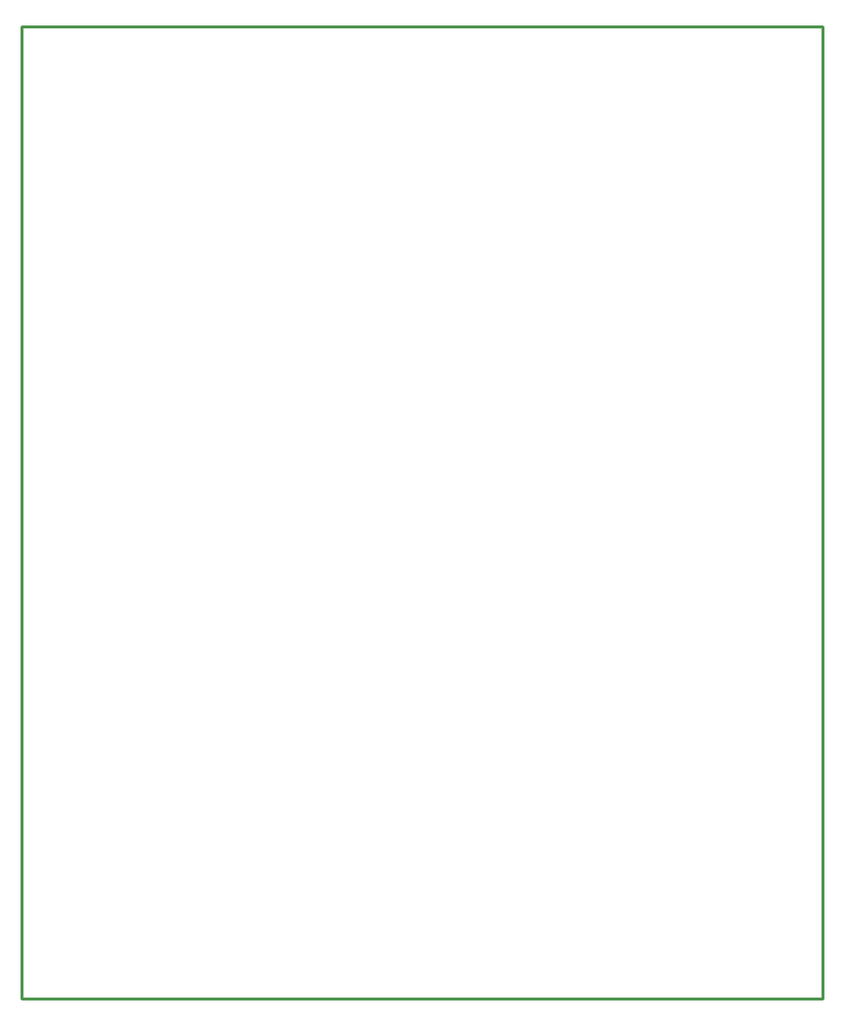
<source format=gbr>
G04*
G04 #@! TF.GenerationSoftware,Altium Limited,Altium Designer,22.9.1 (49)*
G04*
G04 Layer_Color=16711935*
%FSTAX24Y24*%
%MOIN*%
G70*
G04*
G04 #@! TF.SameCoordinates,D3726A14-7932-4F0B-9928-97F3702F6CAB*
G04*
G04*
G04 #@! TF.FilePolarity,Positive*
G04*
G01*
G75*
%ADD16C,0.0100*%
D16*
X-0Y0D02*
Y0331D01*
X0Y-0D02*
X0273Y0D01*
X-0Y0331D02*
X0273D01*
X0273Y0D01*
M02*

</source>
